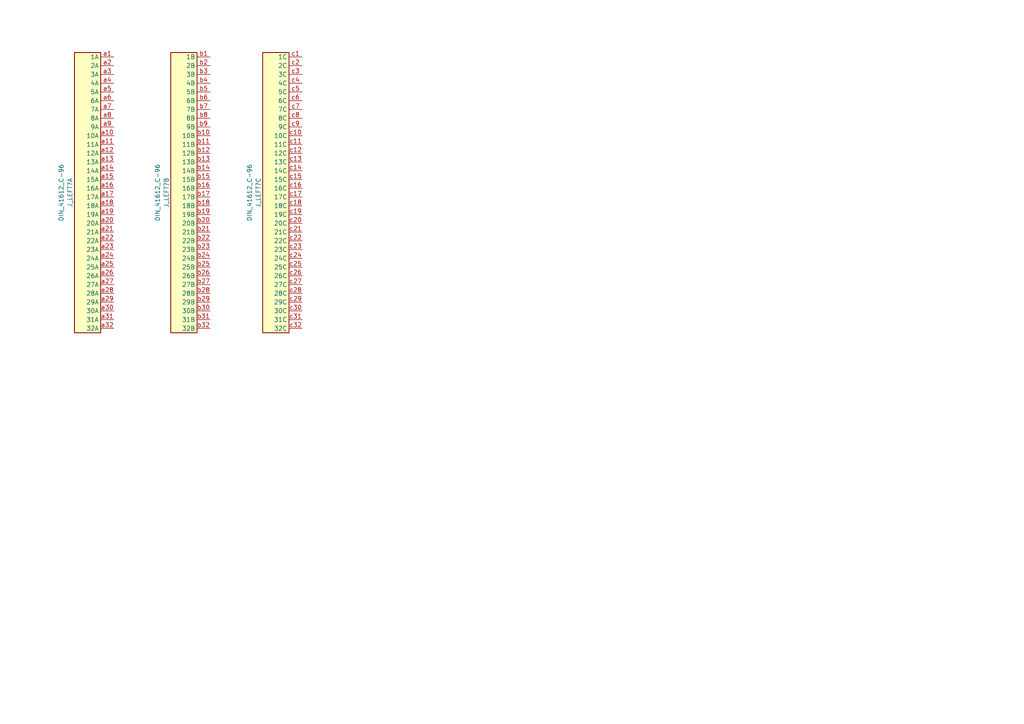
<source format=kicad_sch>
(kicad_sch (version 20200827) (generator eeschema)
  (page 2 2)
  (paper "A4")
  (lib_symbols
    (symbol "Raphaël:DIN_41612_C-96"
      (property "Reference" "J" (at 0 41.91 0))
      (property "Value" "DIN_41612_C-96" (at 6.35 1.27 90))
      (symbol "DIN_41612_C-96_0_1"
        (rectangle (start -3.81 40.64) (end 3.81 -40.64) (stroke (width 0.254)) (fill (type background)))
      )
      (symbol "DIN_41612_C-96_1_1"
        (pin passive line (at -7.62 39.37 0) (length 3.81) (name "1A") (number "a1"))
        (pin passive line (at -7.62 16.51 0) (length 3.81) (name "10A") (number "a10"))
        (pin passive line (at -7.62 13.97 0) (length 3.81) (name "11A") (number "a11"))
        (pin passive line (at -7.62 11.43 0) (length 3.81) (name "12A") (number "a12"))
        (pin passive line (at -7.62 8.89 0) (length 3.81) (name "13A") (number "a13"))
        (pin passive line (at -7.62 6.35 0) (length 3.81) (name "14A") (number "a14"))
        (pin passive line (at -7.62 3.81 0) (length 3.81) (name "15A") (number "a15"))
        (pin passive line (at -7.62 1.27 0) (length 3.81) (name "16A") (number "a16"))
        (pin passive line (at -7.62 -1.27 0) (length 3.81) (name "17A") (number "a17"))
        (pin passive line (at -7.62 -3.81 0) (length 3.81) (name "18A") (number "a18"))
        (pin passive line (at -7.62 -6.35 0) (length 3.81) (name "19A") (number "a19"))
        (pin passive line (at -7.62 36.83 0) (length 3.81) (name "2A") (number "a2"))
        (pin passive line (at -7.62 -8.89 0) (length 3.81) (name "20A") (number "a20"))
        (pin passive line (at -7.62 -11.43 0) (length 3.81) (name "21A") (number "a21"))
        (pin passive line (at -7.62 -13.97 0) (length 3.81) (name "22A") (number "a22"))
        (pin passive line (at -7.62 -16.51 0) (length 3.81) (name "23A") (number "a23"))
        (pin passive line (at -7.62 -19.05 0) (length 3.81) (name "24A") (number "a24"))
        (pin passive line (at -7.62 -21.59 0) (length 3.81) (name "25A") (number "a25"))
        (pin passive line (at -7.62 -24.13 0) (length 3.81) (name "26A") (number "a26"))
        (pin passive line (at -7.62 -26.67 0) (length 3.81) (name "27A") (number "a27"))
        (pin passive line (at -7.62 -29.21 0) (length 3.81) (name "28A") (number "a28"))
        (pin passive line (at -7.62 -31.75 0) (length 3.81) (name "29A") (number "a29"))
        (pin passive line (at -7.62 34.29 0) (length 3.81) (name "3A") (number "a3"))
        (pin passive line (at -7.62 -34.29 0) (length 3.81) (name "30A") (number "a30"))
        (pin passive line (at -7.62 -36.83 0) (length 3.81) (name "31A") (number "a31"))
        (pin passive line (at -7.62 -39.37 0) (length 3.81) (name "32A") (number "a32"))
        (pin passive line (at -7.62 31.75 0) (length 3.81) (name "4A") (number "a4"))
        (pin passive line (at -7.62 29.21 0) (length 3.81) (name "5A") (number "a5"))
        (pin passive line (at -7.62 26.67 0) (length 3.81) (name "6A") (number "a6"))
        (pin passive line (at -7.62 24.13 0) (length 3.81) (name "7A") (number "a7"))
        (pin passive line (at -7.62 21.59 0) (length 3.81) (name "8A") (number "a8"))
        (pin passive line (at -7.62 19.05 0) (length 3.81) (name "9A") (number "a9"))
      )
      (symbol "DIN_41612_C-96_2_1"
        (pin passive line (at -7.62 39.37 0) (length 3.81) (name "1B") (number "b1"))
        (pin passive line (at -7.62 16.51 0) (length 3.81) (name "10B") (number "b10"))
        (pin passive line (at -7.62 13.97 0) (length 3.81) (name "11B") (number "b11"))
        (pin passive line (at -7.62 11.43 0) (length 3.81) (name "12B") (number "b12"))
        (pin passive line (at -7.62 8.89 0) (length 3.81) (name "13B") (number "b13"))
        (pin passive line (at -7.62 6.35 0) (length 3.81) (name "14B") (number "b14"))
        (pin passive line (at -7.62 3.81 0) (length 3.81) (name "15B") (number "b15"))
        (pin passive line (at -7.62 1.27 0) (length 3.81) (name "16B") (number "b16"))
        (pin passive line (at -7.62 -1.27 0) (length 3.81) (name "17B") (number "b17"))
        (pin passive line (at -7.62 -3.81 0) (length 3.81) (name "18B") (number "b18"))
        (pin passive line (at -7.62 -6.35 0) (length 3.81) (name "19B") (number "b19"))
        (pin passive line (at -7.62 36.83 0) (length 3.81) (name "2B") (number "b2"))
        (pin passive line (at -7.62 -8.89 0) (length 3.81) (name "20B") (number "b20"))
        (pin passive line (at -7.62 -11.43 0) (length 3.81) (name "21B") (number "b21"))
        (pin passive line (at -7.62 -13.97 0) (length 3.81) (name "22B") (number "b22"))
        (pin passive line (at -7.62 -16.51 0) (length 3.81) (name "23B") (number "b23"))
        (pin passive line (at -7.62 -19.05 0) (length 3.81) (name "24B") (number "b24"))
        (pin passive line (at -7.62 -21.59 0) (length 3.81) (name "25B") (number "b25"))
        (pin passive line (at -7.62 -24.13 0) (length 3.81) (name "26B") (number "b26"))
        (pin passive line (at -7.62 -26.67 0) (length 3.81) (name "27B") (number "b27"))
        (pin passive line (at -7.62 -29.21 0) (length 3.81) (name "28B") (number "b28"))
        (pin passive line (at -7.62 -31.75 0) (length 3.81) (name "29B") (number "b29"))
        (pin passive line (at -7.62 34.29 0) (length 3.81) (name "3B") (number "b3"))
        (pin passive line (at -7.62 -34.29 0) (length 3.81) (name "30B") (number "b30"))
        (pin passive line (at -7.62 -36.83 0) (length 3.81) (name "31B") (number "b31"))
        (pin passive line (at -7.62 -39.37 0) (length 3.81) (name "32B") (number "b32"))
        (pin passive line (at -7.62 31.75 0) (length 3.81) (name "4B") (number "b4"))
        (pin passive line (at -7.62 29.21 0) (length 3.81) (name "5B") (number "b5"))
        (pin passive line (at -7.62 26.67 0) (length 3.81) (name "6B") (number "b6"))
        (pin passive line (at -7.62 24.13 0) (length 3.81) (name "7B") (number "b7"))
        (pin passive line (at -7.62 21.59 0) (length 3.81) (name "8B") (number "b8"))
        (pin passive line (at -7.62 19.05 0) (length 3.81) (name "9B") (number "b9"))
      )
      (symbol "DIN_41612_C-96_3_1"
        (pin passive line (at -7.62 39.37 0) (length 3.81) (name "1C") (number "c1"))
        (pin passive line (at -7.62 16.51 0) (length 3.81) (name "10C") (number "c10"))
        (pin passive line (at -7.62 13.97 0) (length 3.81) (name "11C") (number "c11"))
        (pin passive line (at -7.62 11.43 0) (length 3.81) (name "12C") (number "c12"))
        (pin passive line (at -7.62 8.89 0) (length 3.81) (name "13C") (number "c13"))
        (pin passive line (at -7.62 6.35 0) (length 3.81) (name "14C") (number "c14"))
        (pin passive line (at -7.62 3.81 0) (length 3.81) (name "15C") (number "c15"))
        (pin passive line (at -7.62 1.27 0) (length 3.81) (name "16C") (number "c16"))
        (pin passive line (at -7.62 -1.27 0) (length 3.81) (name "17C") (number "c17"))
        (pin passive line (at -7.62 -3.81 0) (length 3.81) (name "18C") (number "c18"))
        (pin passive line (at -7.62 -6.35 0) (length 3.81) (name "19C") (number "c19"))
        (pin passive line (at -7.62 36.83 0) (length 3.81) (name "2C") (number "c2"))
        (pin passive line (at -7.62 -8.89 0) (length 3.81) (name "20C") (number "c20"))
        (pin passive line (at -7.62 -11.43 0) (length 3.81) (name "21C") (number "c21"))
        (pin passive line (at -7.62 -13.97 0) (length 3.81) (name "22C") (number "c22"))
        (pin passive line (at -7.62 -16.51 0) (length 3.81) (name "23C") (number "c23"))
        (pin passive line (at -7.62 -19.05 0) (length 3.81) (name "24C") (number "c24"))
        (pin passive line (at -7.62 -21.59 0) (length 3.81) (name "25C") (number "c25"))
        (pin passive line (at -7.62 -24.13 0) (length 3.81) (name "26C") (number "c26"))
        (pin passive line (at -7.62 -26.67 0) (length 3.81) (name "27C") (number "c27"))
        (pin passive line (at -7.62 -29.21 0) (length 3.81) (name "28C") (number "c28"))
        (pin passive line (at -7.62 -31.75 0) (length 3.81) (name "29C") (number "c29"))
        (pin passive line (at -7.62 34.29 0) (length 3.81) (name "3C") (number "c3"))
        (pin passive line (at -7.62 -34.29 0) (length 3.81) (name "30C") (number "c30"))
        (pin passive line (at -7.62 -36.83 0) (length 3.81) (name "31C") (number "c31"))
        (pin passive line (at -7.62 -39.37 0) (length 3.81) (name "32C") (number "c32"))
        (pin passive line (at -7.62 31.75 0) (length 3.81) (name "4C") (number "c4"))
        (pin passive line (at -7.62 29.21 0) (length 3.81) (name "5C") (number "c5"))
        (pin passive line (at -7.62 26.67 0) (length 3.81) (name "6C") (number "c6"))
        (pin passive line (at -7.62 24.13 0) (length 3.81) (name "7C") (number "c7"))
        (pin passive line (at -7.62 21.59 0) (length 3.81) (name "8C") (number "c8"))
        (pin passive line (at -7.62 19.05 0) (length 3.81) (name "9C") (number "c9"))
      )
    )
  )
  (symbol (lib_id "Raphaël:DIN_41612_C-96") (at 25.4 55.88 0) (mirror y) (unit 1)
    (property "Reference" "J_LEFT?" (at 20.32 55.88 90))
    (property "Value" "DIN_41612_C-96" (at 17.78 55.88 90))
    (property "Datasheet" " ~" (effects hide))
  )
  (symbol (lib_id "Raphaël:DIN_41612_C-96") (at 53.34 55.88 0) (mirror y) (unit 2)
    (property "Reference" "J_LEFT?" (at 48.26 55.88 90))
    (property "Value" "DIN_41612_C-96" (at 45.72 55.88 90))
    (property "Datasheet" " ~" (effects hide))
  )
  (symbol (lib_id "Raphaël:DIN_41612_C-96") (at 80.01 55.88 0) (mirror y) (unit 3)
    (property "Reference" "J_LEFT?" (at 74.93 55.88 90))
    (property "Value" "DIN_41612_C-96" (at 72.39 55.88 90))
    (property "Datasheet" " ~" (effects hide))
  )
)
</source>
